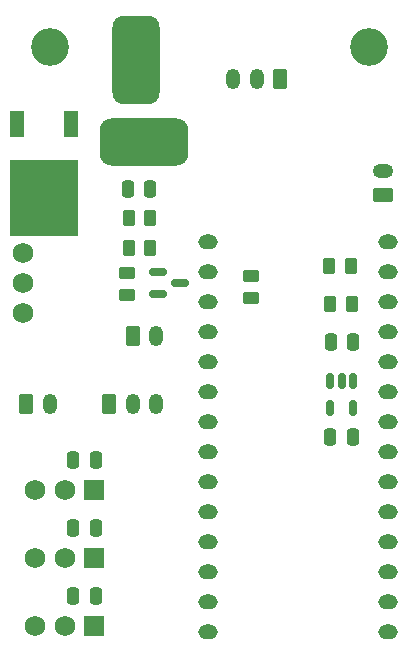
<source format=gbs>
G04 #@! TF.GenerationSoftware,KiCad,Pcbnew,6.0.9-8da3e8f707~116~ubuntu20.04.1*
G04 #@! TF.CreationDate,2022-11-09T10:50:01-05:00*
G04 #@! TF.ProjectId,dynamixel_control,64796e61-6d69-4786-956c-5f636f6e7472,rev?*
G04 #@! TF.SameCoordinates,Original*
G04 #@! TF.FileFunction,Soldermask,Bot*
G04 #@! TF.FilePolarity,Negative*
%FSLAX46Y46*%
G04 Gerber Fmt 4.6, Leading zero omitted, Abs format (unit mm)*
G04 Created by KiCad (PCBNEW 6.0.9-8da3e8f707~116~ubuntu20.04.1) date 2022-11-09 10:50:01*
%MOMM*%
%LPD*%
G01*
G04 APERTURE LIST*
G04 Aperture macros list*
%AMRoundRect*
0 Rectangle with rounded corners*
0 $1 Rounding radius*
0 $2 $3 $4 $5 $6 $7 $8 $9 X,Y pos of 4 corners*
0 Add a 4 corners polygon primitive as box body*
4,1,4,$2,$3,$4,$5,$6,$7,$8,$9,$2,$3,0*
0 Add four circle primitives for the rounded corners*
1,1,$1+$1,$2,$3*
1,1,$1+$1,$4,$5*
1,1,$1+$1,$6,$7*
1,1,$1+$1,$8,$9*
0 Add four rect primitives between the rounded corners*
20,1,$1+$1,$2,$3,$4,$5,0*
20,1,$1+$1,$4,$5,$6,$7,0*
20,1,$1+$1,$6,$7,$8,$9,0*
20,1,$1+$1,$8,$9,$2,$3,0*%
G04 Aperture macros list end*
%ADD10C,3.200000*%
%ADD11RoundRect,0.250000X-0.350000X-0.625000X0.350000X-0.625000X0.350000X0.625000X-0.350000X0.625000X0*%
%ADD12O,1.200000X1.750000*%
%ADD13RoundRect,0.250000X0.625000X-0.350000X0.625000X0.350000X-0.625000X0.350000X-0.625000X-0.350000X0*%
%ADD14O,1.750000X1.200000*%
%ADD15RoundRect,0.250000X0.350000X0.625000X-0.350000X0.625000X-0.350000X-0.625000X0.350000X-0.625000X0*%
%ADD16RoundRect,1.000000X1.000000X2.750000X-1.000000X2.750000X-1.000000X-2.750000X1.000000X-2.750000X0*%
%ADD17RoundRect,1.000000X-2.750000X1.000000X-2.750000X-1.000000X2.750000X-1.000000X2.750000X1.000000X0*%
%ADD18O,1.651000X1.270000*%
%ADD19R,1.750000X1.750000*%
%ADD20C,1.750000*%
%ADD21R,1.200000X2.200000*%
%ADD22R,5.800000X6.400000*%
%ADD23RoundRect,0.250000X-0.262500X-0.450000X0.262500X-0.450000X0.262500X0.450000X-0.262500X0.450000X0*%
%ADD24RoundRect,0.250000X-0.250000X-0.475000X0.250000X-0.475000X0.250000X0.475000X-0.250000X0.475000X0*%
%ADD25RoundRect,0.250000X0.262500X0.450000X-0.262500X0.450000X-0.262500X-0.450000X0.262500X-0.450000X0*%
%ADD26RoundRect,0.250000X-0.450000X0.262500X-0.450000X-0.262500X0.450000X-0.262500X0.450000X0.262500X0*%
%ADD27RoundRect,0.150000X-0.587500X-0.150000X0.587500X-0.150000X0.587500X0.150000X-0.587500X0.150000X0*%
%ADD28RoundRect,0.150000X-0.150000X0.512500X-0.150000X-0.512500X0.150000X-0.512500X0.150000X0.512500X0*%
%ADD29RoundRect,0.250000X0.450000X-0.262500X0.450000X0.262500X-0.450000X0.262500X-0.450000X-0.262500X0*%
G04 APERTURE END LIST*
D10*
X24500000Y-24000000D03*
D11*
X31500000Y-48450000D03*
D12*
X33500000Y-48450000D03*
D10*
X51500000Y-24000000D03*
D13*
X52700000Y-36500000D03*
D14*
X52700000Y-34500000D03*
D15*
X44000000Y-26750000D03*
D12*
X42000000Y-26750000D03*
X40000000Y-26750000D03*
D11*
X29500000Y-54200000D03*
D12*
X31500000Y-54200000D03*
X33500000Y-54200000D03*
D16*
X31763400Y-25078500D03*
D17*
X32500000Y-32000000D03*
D11*
X22500000Y-54200000D03*
D12*
X24500000Y-54200000D03*
D18*
X37880000Y-43040000D03*
X37880000Y-45580000D03*
X37880000Y-48120000D03*
X37880000Y-50660000D03*
X53120000Y-45580000D03*
X37880000Y-53200000D03*
X37880000Y-55740000D03*
X37880000Y-58280000D03*
X37880000Y-60820000D03*
X37880000Y-63360000D03*
X37880000Y-65900000D03*
X37880000Y-68440000D03*
X37880000Y-70980000D03*
X37880000Y-73520000D03*
X53120000Y-73520000D03*
X53120000Y-70980000D03*
X53120000Y-68440000D03*
X53120000Y-65900000D03*
X53120000Y-63360000D03*
X53120000Y-60820000D03*
X53120000Y-58280000D03*
X53120000Y-55740000D03*
X53120000Y-53200000D03*
X53120000Y-50660000D03*
X53120000Y-48120000D03*
X37880000Y-40500000D03*
X53120000Y-43040000D03*
X53120000Y-40500000D03*
D19*
X28250000Y-73000000D03*
D20*
X25750000Y-73000000D03*
X23250000Y-73000000D03*
X22250000Y-41460000D03*
X22250000Y-44000000D03*
X22250000Y-46540000D03*
D19*
X28250000Y-61500000D03*
D20*
X25750000Y-61500000D03*
X23250000Y-61500000D03*
D19*
X28250000Y-67250000D03*
D20*
X25750000Y-67250000D03*
X23250000Y-67250000D03*
D21*
X21720000Y-30500000D03*
D22*
X24000000Y-36800000D03*
D21*
X26280000Y-30500000D03*
D23*
X48175000Y-42500000D03*
X50000000Y-42500000D03*
D24*
X48250000Y-57000000D03*
X50150000Y-57000000D03*
X31100000Y-36000000D03*
X33000000Y-36000000D03*
D25*
X50075000Y-45750000D03*
X48250000Y-45750000D03*
D23*
X31175000Y-38500000D03*
X33000000Y-38500000D03*
D26*
X41500000Y-43425000D03*
X41500000Y-45250000D03*
D27*
X33625000Y-44950000D03*
X33625000Y-43050000D03*
X35500000Y-44000000D03*
D24*
X26500000Y-70500000D03*
X28400000Y-70500000D03*
X48300000Y-49000000D03*
X50200000Y-49000000D03*
D23*
X31175000Y-41000000D03*
X33000000Y-41000000D03*
D24*
X26500000Y-59000000D03*
X28400000Y-59000000D03*
D28*
X48250000Y-52275000D03*
X49200000Y-52275000D03*
X50150000Y-52275000D03*
X50150000Y-54550000D03*
X48250000Y-54550000D03*
D29*
X31000000Y-45000000D03*
X31000000Y-43175000D03*
D24*
X26500000Y-64750000D03*
X28400000Y-64750000D03*
M02*

</source>
